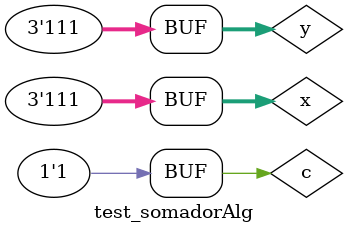
<source format=v>

module halfAdder (output s1, output s0, input a, input b);
	xor (s0, a, b);
	and (s1, a, b);
endmodule // halfAdder

module fullAdder (output carryOut, output s, input  a, input  b, input carryIn);
	wire s2,s1,s0;
	
	halfAdder HA1 (s1, s0, a, b);
	halfAdder HA2 (s2, s, s0, carryIn);
	or            (carryOut, s1, s2);
endmodule // fullAdder

module somadorAlg (output [3:0]s, input [2:0]a, input [2:0]b, input carryIn);
	wire x1,x2,x3,cout1,cout2,cout3;
	
	xor XOR1      (x1, b[0], carryIn);
	xor XOR2      (x2, b[1], carryIn);
	xor XOR3      (x3, b[2], carryIn);
	fullAdder FA1 (cout1, s[0], a[0], x1, carryIn);
	fullAdder FA2 (cout2, s[1], a[1], x2, cout1);
	fullAdder FA3 (cout3, s[2], a[2], x3, cout2);
	xor XOR4      (s[3], cout3, carryIn);
endmodule // somadorAlg

module test_somadorAlg;
// ------------------------- definir dados
   reg [2:0]x;
	reg [2:0]y;
	reg c;
	wire [3:0]soma;
	
	somadorAlg somadif (soma, x, y, c);
	
	initial begin: start
		x = 3'b000; 
		y = 3'b001;
		c = 0;
	end
	
// ------------------------- parte principal
   initial begin
      $display("Exemplo0026 - Oswaldo Oliveira Paulino - 382175");
      $display("Test ALU's somador algebrico");
		$display("-------------- CARRY-IN = 0 --------------");
      $monitor("%3b + %3b = %3b",x,y,soma); 
		#1 x = 3'b001; y = 3'b010; c = 0;  
		#1 x = 3'b010; y = 3'b011; c = 0;
		#1 x = 3'b011; y = 3'b100; c = 0;
		#1 x = 3'b100; y = 3'b101; c = 0;
		#1 x = 3'b101; y = 3'b110; c = 0;
		#1 x = 3'b110; y = 3'b111; c = 0;
		#1 x = 3'b111; y = 3'b111; c = 0;
		#1 x = 3'b000; y = 3'b111; c = 1;
		
		$display("-------------- CARRY-IN = 1 --------------");
	   $monitor("%3b - %3b = %3b",x,y,soma); 
		#1 x = 3'b001; y = 3'b110; c = 1;  
		#1 x = 3'b010; y = 3'b101; c = 1;
		#1 x = 3'b011; y = 3'b100; c = 1;
		#1 x = 3'b100; y = 3'b011; c = 1;
		#1 x = 3'b101; y = 3'b010; c = 1;
		#1 x = 3'b110; y = 3'b001; c = 1;
		#1 x = 3'b111; y = 3'b000; c = 1;
		#1 x = 3'b111; y = 3'b111; c = 1;
   end
endmodule // test_somadorAlg

/*
    Exemplo0026 - Oswaldo Oliveira Paulino - 382175
    Test ALU's somador algebrico
    -------------- CARRY-IN = 0 --------------
    000 + 001 = 0001
    001 + 010 = 0011
    010 + 011 = 0101
    011 + 100 = 0111
    100 + 101 = 1001
    101 + 110 = 1011
    110 + 111 = 1101
    111 + 111 = 1110
    -------------- CARRY-IN = 1 --------------
    000 - 111 = 1001
    001 - 110 = 1011
    010 - 101 = 1101
    011 - 100 = 1111
    100 - 011 = 0001
    101 - 010 = 0011
    110 - 001 = 0101
    111 - 000 = 0111
    111 - 111 = 0000
*/
</source>
